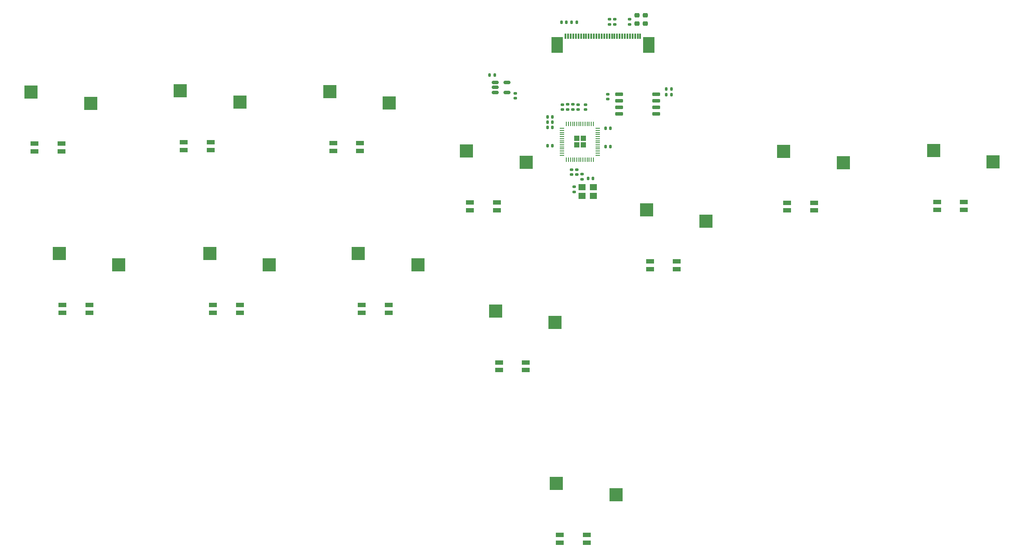
<source format=gbr>
%TF.GenerationSoftware,KiCad,Pcbnew,7.0.9*%
%TF.CreationDate,2024-03-26T15:37:35+08:00*%
%TF.ProjectId,Flatbox-LED-Mirrored,466c6174-626f-4782-9d4c-45442d4d6972,rev?*%
%TF.SameCoordinates,Original*%
%TF.FileFunction,Paste,Bot*%
%TF.FilePolarity,Positive*%
%FSLAX46Y46*%
G04 Gerber Fmt 4.6, Leading zero omitted, Abs format (unit mm)*
G04 Created by KiCad (PCBNEW 7.0.9) date 2024-03-26 15:37:35*
%MOMM*%
%LPD*%
G01*
G04 APERTURE LIST*
G04 Aperture macros list*
%AMRoundRect*
0 Rectangle with rounded corners*
0 $1 Rounding radius*
0 $2 $3 $4 $5 $6 $7 $8 $9 X,Y pos of 4 corners*
0 Add a 4 corners polygon primitive as box body*
4,1,4,$2,$3,$4,$5,$6,$7,$8,$9,$2,$3,0*
0 Add four circle primitives for the rounded corners*
1,1,$1+$1,$2,$3*
1,1,$1+$1,$4,$5*
1,1,$1+$1,$6,$7*
1,1,$1+$1,$8,$9*
0 Add four rect primitives between the rounded corners*
20,1,$1+$1,$2,$3,$4,$5,0*
20,1,$1+$1,$4,$5,$6,$7,0*
20,1,$1+$1,$6,$7,$8,$9,0*
20,1,$1+$1,$8,$9,$2,$3,0*%
G04 Aperture macros list end*
%ADD10RoundRect,0.082000X0.718000X-0.328000X0.718000X0.328000X-0.718000X0.328000X-0.718000X-0.328000X0*%
%ADD11R,2.600000X2.600000*%
%ADD12RoundRect,0.140000X0.140000X0.170000X-0.140000X0.170000X-0.140000X-0.170000X0.140000X-0.170000X0*%
%ADD13RoundRect,0.140000X-0.170000X0.140000X-0.170000X-0.140000X0.170000X-0.140000X0.170000X0.140000X0*%
%ADD14RoundRect,0.140000X0.170000X-0.140000X0.170000X0.140000X-0.170000X0.140000X-0.170000X-0.140000X0*%
%ADD15RoundRect,0.135000X-0.135000X-0.185000X0.135000X-0.185000X0.135000X0.185000X-0.135000X0.185000X0*%
%ADD16RoundRect,0.135000X0.135000X0.185000X-0.135000X0.185000X-0.135000X-0.185000X0.135000X-0.185000X0*%
%ADD17RoundRect,0.135000X-0.185000X0.135000X-0.185000X-0.135000X0.185000X-0.135000X0.185000X0.135000X0*%
%ADD18RoundRect,0.150000X-0.512500X-0.150000X0.512500X-0.150000X0.512500X0.150000X-0.512500X0.150000X0*%
%ADD19RoundRect,0.150000X0.650000X0.150000X-0.650000X0.150000X-0.650000X-0.150000X0.650000X-0.150000X0*%
%ADD20RoundRect,0.250000X0.292217X0.292217X-0.292217X0.292217X-0.292217X-0.292217X0.292217X-0.292217X0*%
%ADD21RoundRect,0.050000X0.387500X0.050000X-0.387500X0.050000X-0.387500X-0.050000X0.387500X-0.050000X0*%
%ADD22RoundRect,0.050000X0.050000X0.387500X-0.050000X0.387500X-0.050000X-0.387500X0.050000X-0.387500X0*%
%ADD23R,1.400000X1.200000*%
%ADD24RoundRect,0.140000X-0.140000X-0.170000X0.140000X-0.170000X0.140000X0.170000X-0.140000X0.170000X0*%
%ADD25RoundRect,0.135000X0.185000X-0.135000X0.185000X0.135000X-0.185000X0.135000X-0.185000X-0.135000X0*%
%ADD26RoundRect,0.225000X0.250000X-0.225000X0.250000X0.225000X-0.250000X0.225000X-0.250000X-0.225000X0*%
%ADD27R,0.300000X1.100000*%
%ADD28R,2.300000X3.100000*%
%ADD29RoundRect,0.225000X-0.250000X0.225000X-0.250000X-0.225000X0.250000X-0.225000X0.250000X0.225000X0*%
G04 APERTURE END LIST*
D10*
%TO.C,D15*%
X110850000Y-104760000D03*
X110850000Y-103260000D03*
X105650000Y-103260000D03*
X105650000Y-104760000D03*
D11*
X104975000Y-93260000D03*
X116525000Y-95460000D03*
%TD*%
D10*
%TO.C,D14*%
X139700000Y-104760000D03*
X139700000Y-103260000D03*
X134500000Y-103260000D03*
X134500000Y-104760000D03*
D11*
X133825000Y-93260000D03*
X145375000Y-95460000D03*
%TD*%
D10*
%TO.C,D16*%
X81640000Y-104760000D03*
X81640000Y-103260000D03*
X76440000Y-103260000D03*
X76440000Y-104760000D03*
D11*
X75765000Y-93260000D03*
X87315000Y-95460000D03*
%TD*%
D10*
%TO.C,D6*%
X134140000Y-73300000D03*
X134140000Y-71800000D03*
X128940000Y-71800000D03*
X128940000Y-73300000D03*
D11*
X128265000Y-61800000D03*
X139815000Y-64000000D03*
%TD*%
D10*
%TO.C,D5*%
X160700000Y-84830000D03*
X160700000Y-83330000D03*
X155500000Y-83330000D03*
X155500000Y-84830000D03*
D11*
X154825000Y-73330000D03*
X166375000Y-75530000D03*
%TD*%
D10*
%TO.C,D1*%
X178140000Y-149340000D03*
X178140000Y-147840000D03*
X172940000Y-147840000D03*
X172940000Y-149340000D03*
D11*
X172265000Y-137840000D03*
X183815000Y-140040000D03*
%TD*%
D10*
%TO.C,D4*%
X195640000Y-96240000D03*
X195640000Y-94740000D03*
X190440000Y-94740000D03*
X190440000Y-96240000D03*
D11*
X189765000Y-84740000D03*
X201315000Y-86940000D03*
%TD*%
D10*
%TO.C,D2*%
X251335000Y-84770000D03*
X251335000Y-83270000D03*
X246135000Y-83270000D03*
X246135000Y-84770000D03*
D11*
X245460000Y-73270000D03*
X257010000Y-75470000D03*
%TD*%
D10*
%TO.C,D13*%
X166310000Y-115870000D03*
X166310000Y-114370000D03*
X161110000Y-114370000D03*
X161110000Y-115870000D03*
D11*
X160435000Y-104370000D03*
X171985000Y-106570000D03*
%TD*%
D10*
%TO.C,D3*%
X222240000Y-84890000D03*
X222240000Y-83390000D03*
X217040000Y-83390000D03*
X217040000Y-84890000D03*
D11*
X216365000Y-73390000D03*
X227915000Y-75590000D03*
%TD*%
D10*
%TO.C,D7*%
X105170000Y-73180000D03*
X105170000Y-71680000D03*
X99970000Y-71680000D03*
X99970000Y-73180000D03*
D11*
X99295000Y-61680000D03*
X110845000Y-63880000D03*
%TD*%
D10*
%TO.C,D12*%
X76200000Y-73420000D03*
X76200000Y-71920000D03*
X71000000Y-71920000D03*
X71000000Y-73420000D03*
D11*
X70325000Y-61920000D03*
X81875000Y-64120000D03*
%TD*%
D12*
%TO.C,C1*%
X160280000Y-58600000D03*
X159320000Y-58600000D03*
%TD*%
%TO.C,C2*%
X179380000Y-78700000D03*
X178420000Y-78700000D03*
%TD*%
D13*
%TO.C,C4*%
X164300000Y-62140000D03*
X164300000Y-63100000D03*
%TD*%
%TO.C,C5*%
X182200000Y-62320000D03*
X182200000Y-63280000D03*
%TD*%
D14*
%TO.C,C6*%
X173400000Y-65280000D03*
X173400000Y-64320000D03*
%TD*%
D13*
%TO.C,C7*%
X175221644Y-76970000D03*
X175221644Y-77930000D03*
%TD*%
D14*
%TO.C,C8*%
X177900000Y-65330000D03*
X177900000Y-64370000D03*
%TD*%
%TO.C,C9*%
X176500000Y-65280000D03*
X176500000Y-64320000D03*
%TD*%
D12*
%TO.C,C10*%
X171480000Y-66750000D03*
X170520000Y-66750000D03*
%TD*%
%TO.C,C15*%
X171480000Y-68800000D03*
X170520000Y-68800000D03*
%TD*%
%TO.C,C16*%
X171480000Y-67750000D03*
X170520000Y-67750000D03*
%TD*%
D15*
%TO.C,R1*%
X193540000Y-62400000D03*
X194560000Y-62400000D03*
%TD*%
D16*
%TO.C,R2*%
X194610000Y-61300000D03*
X193590000Y-61300000D03*
%TD*%
D17*
%TO.C,R4*%
X174420000Y-64290000D03*
X174420000Y-65310000D03*
%TD*%
D18*
%TO.C,U1*%
X160412500Y-61950000D03*
X160412500Y-61000000D03*
X160412500Y-60050000D03*
X162687500Y-60050000D03*
X162687500Y-61950000D03*
%TD*%
D19*
%TO.C,U2*%
X191600000Y-62345000D03*
X191600000Y-63615000D03*
X191600000Y-64885000D03*
X191600000Y-66155000D03*
X184400000Y-66155000D03*
X184400000Y-64885000D03*
X184400000Y-63615000D03*
X184400000Y-62345000D03*
%TD*%
D20*
%TO.C,U3*%
X177459144Y-72187500D03*
X177459144Y-70912500D03*
X176184144Y-72187500D03*
X176184144Y-70912500D03*
D21*
X180259144Y-68950000D03*
X180259144Y-69350000D03*
X180259144Y-69750000D03*
X180259144Y-70150000D03*
X180259144Y-70550000D03*
X180259144Y-70950000D03*
X180259144Y-71350000D03*
X180259144Y-71750000D03*
X180259144Y-72150000D03*
X180259144Y-72550000D03*
X180259144Y-72950000D03*
X180259144Y-73350000D03*
X180259144Y-73750000D03*
X180259144Y-74150000D03*
D22*
X179421644Y-74987500D03*
X179021644Y-74987500D03*
X178621644Y-74987500D03*
X178221644Y-74987500D03*
X177821644Y-74987500D03*
X177421644Y-74987500D03*
X177021644Y-74987500D03*
X176621644Y-74987500D03*
X176221644Y-74987500D03*
X175821644Y-74987500D03*
X175421644Y-74987500D03*
X175021644Y-74987500D03*
X174621644Y-74987500D03*
X174221644Y-74987500D03*
D21*
X173384144Y-74150000D03*
X173384144Y-73750000D03*
X173384144Y-73350000D03*
X173384144Y-72950000D03*
X173384144Y-72550000D03*
X173384144Y-72150000D03*
X173384144Y-71750000D03*
X173384144Y-71350000D03*
X173384144Y-70950000D03*
X173384144Y-70550000D03*
X173384144Y-70150000D03*
X173384144Y-69750000D03*
X173384144Y-69350000D03*
X173384144Y-68950000D03*
D22*
X174221644Y-68112500D03*
X174621644Y-68112500D03*
X175021644Y-68112500D03*
X175421644Y-68112500D03*
X175821644Y-68112500D03*
X176221644Y-68112500D03*
X176621644Y-68112500D03*
X177021644Y-68112500D03*
X177421644Y-68112500D03*
X177821644Y-68112500D03*
X178221644Y-68112500D03*
X178621644Y-68112500D03*
X179021644Y-68112500D03*
X179421644Y-68112500D03*
%TD*%
D23*
%TO.C,Y1*%
X179471644Y-82050000D03*
X177271644Y-82050000D03*
X177271644Y-80350000D03*
X179471644Y-80350000D03*
%TD*%
D17*
%TO.C,R3*%
X175500000Y-64290000D03*
X175500000Y-65310000D03*
%TD*%
D13*
%TO.C,C3*%
X175671644Y-80320000D03*
X175671644Y-81280000D03*
%TD*%
D24*
%TO.C,C13*%
X181791644Y-72500000D03*
X182751644Y-72500000D03*
%TD*%
D12*
%TO.C,C12*%
X171480000Y-72300000D03*
X170520000Y-72300000D03*
%TD*%
D25*
%TO.C,R5*%
X177271644Y-78810000D03*
X177271644Y-77790000D03*
%TD*%
D13*
%TO.C,C14*%
X176251644Y-76970000D03*
X176251644Y-77930000D03*
%TD*%
D24*
%TO.C,C11*%
X181791644Y-68900000D03*
X182751644Y-68900000D03*
%TD*%
D17*
%TO.C,R17*%
X183600000Y-47800000D03*
X183600000Y-48820000D03*
%TD*%
D26*
%TO.C,C20*%
X189500000Y-48575000D03*
X189500000Y-47025000D03*
%TD*%
D27*
%TO.C,DS1*%
X174040000Y-51075000D03*
X174540000Y-51075000D03*
X175040000Y-51075000D03*
X175540000Y-51075000D03*
X176040000Y-51075000D03*
X176540000Y-51075000D03*
X177040000Y-51075000D03*
X177540000Y-51075000D03*
X178040000Y-51075000D03*
X178540000Y-51075000D03*
X179040000Y-51075000D03*
X179540000Y-51075000D03*
X180040000Y-51075000D03*
X180540000Y-51075000D03*
X181040000Y-51075000D03*
X181540000Y-51075000D03*
X182040000Y-51075000D03*
X182540000Y-51075000D03*
X183040000Y-51075000D03*
X183540000Y-51075000D03*
X184040000Y-51075000D03*
X184540000Y-51075000D03*
X185040000Y-51075000D03*
X185540000Y-51075000D03*
X186040000Y-51075000D03*
X186540000Y-51075000D03*
X187040000Y-51075000D03*
X187540000Y-51075000D03*
X188040000Y-51075000D03*
X188540000Y-51075000D03*
D28*
X190210000Y-52775000D03*
X172370000Y-52775000D03*
%TD*%
D17*
%TO.C,R16*%
X182600000Y-47790000D03*
X182600000Y-48810000D03*
%TD*%
D24*
%TO.C,C19*%
X173220000Y-48400000D03*
X174180000Y-48400000D03*
%TD*%
D29*
%TO.C,C18*%
X187900000Y-47025000D03*
X187900000Y-48575000D03*
%TD*%
D24*
%TO.C,C17*%
X175220000Y-48400000D03*
X176180000Y-48400000D03*
%TD*%
D17*
%TO.C,R15*%
X186500000Y-47790000D03*
X186500000Y-48810000D03*
%TD*%
M02*

</source>
